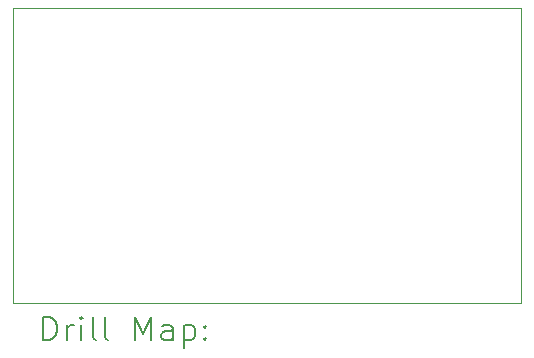
<source format=gbr>
%FSLAX45Y45*%
G04 Gerber Fmt 4.5, Leading zero omitted, Abs format (unit mm)*
G04 Created by KiCad (PCBNEW 6.0.5-a6ca702e91~116~ubuntu21.10.1) date 2022-05-21 14:01:54*
%MOMM*%
%LPD*%
G01*
G04 APERTURE LIST*
%TA.AperFunction,Profile*%
%ADD10C,0.050000*%
%TD*%
%ADD11C,0.200000*%
G04 APERTURE END LIST*
D10*
X7988300Y-13500000D02*
X7988300Y-11000000D01*
X12288300Y-13500000D02*
X7988300Y-13500000D01*
X12288300Y-11000000D02*
X12288300Y-13500000D01*
X7988300Y-11000000D02*
X12288300Y-11000000D01*
D11*
X8243419Y-13812976D02*
X8243419Y-13612976D01*
X8291038Y-13612976D01*
X8319609Y-13622500D01*
X8338657Y-13641548D01*
X8348181Y-13660595D01*
X8357705Y-13698690D01*
X8357705Y-13727262D01*
X8348181Y-13765357D01*
X8338657Y-13784405D01*
X8319609Y-13803452D01*
X8291038Y-13812976D01*
X8243419Y-13812976D01*
X8443419Y-13812976D02*
X8443419Y-13679643D01*
X8443419Y-13717738D02*
X8452943Y-13698690D01*
X8462467Y-13689167D01*
X8481514Y-13679643D01*
X8500562Y-13679643D01*
X8567229Y-13812976D02*
X8567229Y-13679643D01*
X8567229Y-13612976D02*
X8557705Y-13622500D01*
X8567229Y-13632024D01*
X8576752Y-13622500D01*
X8567229Y-13612976D01*
X8567229Y-13632024D01*
X8691038Y-13812976D02*
X8671990Y-13803452D01*
X8662467Y-13784405D01*
X8662467Y-13612976D01*
X8795800Y-13812976D02*
X8776752Y-13803452D01*
X8767229Y-13784405D01*
X8767229Y-13612976D01*
X9024371Y-13812976D02*
X9024371Y-13612976D01*
X9091038Y-13755833D01*
X9157705Y-13612976D01*
X9157705Y-13812976D01*
X9338657Y-13812976D02*
X9338657Y-13708214D01*
X9329133Y-13689167D01*
X9310086Y-13679643D01*
X9271990Y-13679643D01*
X9252943Y-13689167D01*
X9338657Y-13803452D02*
X9319610Y-13812976D01*
X9271990Y-13812976D01*
X9252943Y-13803452D01*
X9243419Y-13784405D01*
X9243419Y-13765357D01*
X9252943Y-13746309D01*
X9271990Y-13736786D01*
X9319610Y-13736786D01*
X9338657Y-13727262D01*
X9433895Y-13679643D02*
X9433895Y-13879643D01*
X9433895Y-13689167D02*
X9452943Y-13679643D01*
X9491038Y-13679643D01*
X9510086Y-13689167D01*
X9519610Y-13698690D01*
X9529133Y-13717738D01*
X9529133Y-13774881D01*
X9519610Y-13793928D01*
X9510086Y-13803452D01*
X9491038Y-13812976D01*
X9452943Y-13812976D01*
X9433895Y-13803452D01*
X9614848Y-13793928D02*
X9624371Y-13803452D01*
X9614848Y-13812976D01*
X9605324Y-13803452D01*
X9614848Y-13793928D01*
X9614848Y-13812976D01*
X9614848Y-13689167D02*
X9624371Y-13698690D01*
X9614848Y-13708214D01*
X9605324Y-13698690D01*
X9614848Y-13689167D01*
X9614848Y-13708214D01*
M02*

</source>
